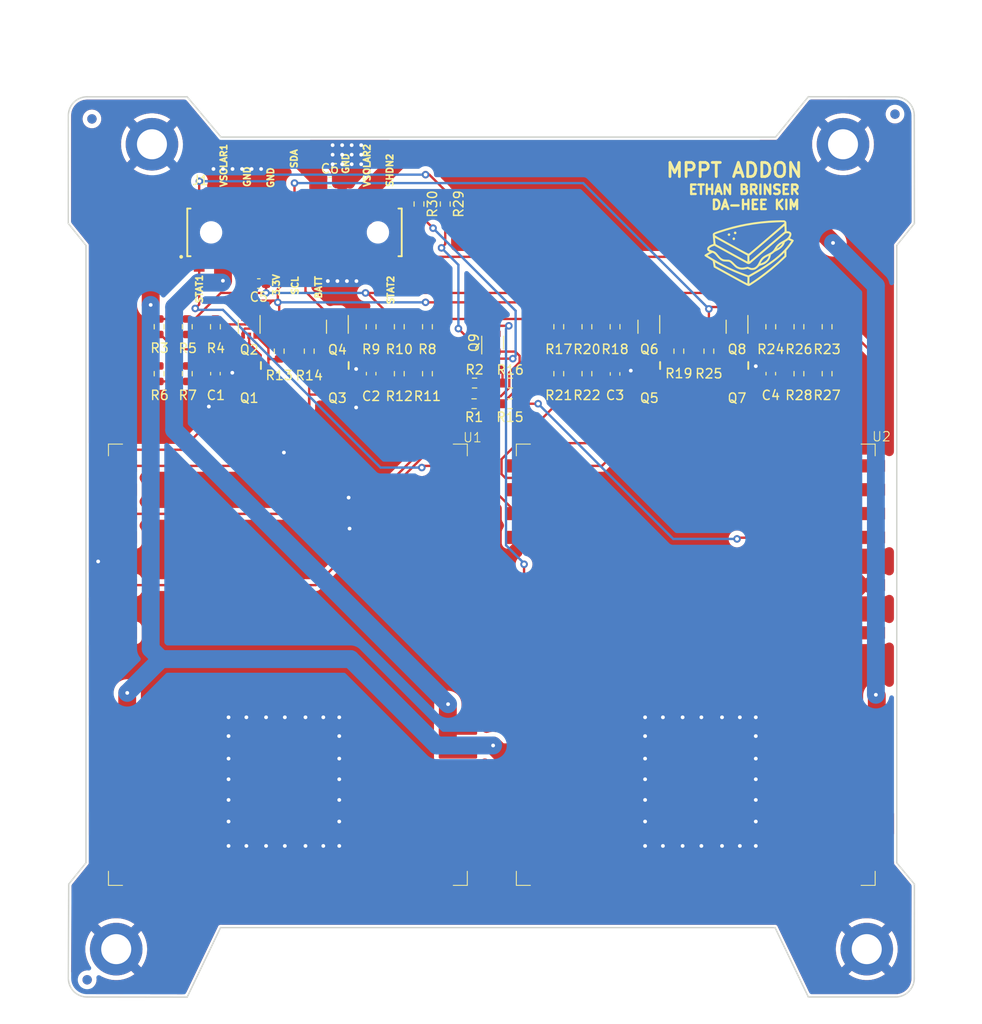
<source format=kicad_pcb>
(kicad_pcb (version 20221018) (generator pcbnew)
  (title_block (date "2024-05-08") (rev "1.4"))
  (layers (0 "F.Cu" signal) (31 "B.Cu" signal) (34 "B.Paste" user) (35 "F.Paste" user) (36 "B.SilkS" user "B.Silkscreen") (37 "F.SilkS" user "F.Silkscreen") (38 "B.Mask" user) (39 "F.Mask" user) (44 "Edge.Cuts" user))
  (net 0 "")
  (net 1 "GND")
  (net 2 "Net-(Q1B-G1)")
  (net 3 "Net-(Q3B-G1)")
  (net 4 "Net-(Q5B-G1)")
  (net 5 "Net-(Q7B-G1)")
  (net 6 "Net-(Q1A-G2)")
  (net 7 "Net-(Q1A-D1)")
  (net 8 "/SCL")
  (net 9 "/I2C Bus Protection/SDL_DEVICE")
  (net 10 "Net-(Q3A-G2)")
  (net 11 "Net-(Q3A-D1)")
  (net 12 "/SDA")
  (net 13 "Net-(Q4A-B1)")
  (net 14 "/I2C Bus Protection/SDA_DEVICE")
  (net 15 "Net-(Q5A-G2)")
  (net 16 "Net-(Q5A-D1)")
  (net 17 "Net-(Q6A-B1)")
  (net 18 "/I2C Bus Protection1/SDL_DEVICE")
  (net 19 "Net-(Q7A-G2)")
  (net 20 "Net-(Q7A-D1)")
  (net 21 "Net-(Q8A-B1)")
  (net 22 "/I2C Bus Protection1/SDA_DEVICE")
  (net 23 "+3.3V")
  (net 25 "Net-(U1-V_{DD})")
  (net 28 "/STAT_1")
  (net 29 "Net-(U1-CA)")
  (net 30 "/~{SHDN_1}")
  (net 32 "+BATT")
  (net 34 "/VSOLAR_2")
  (net 36 "Net-(U2-V_{DD})")
  (net 39 "/STAT_2")
  (net 40 "Net-(U2-CA)")
  (net 41 "/~{SHDN_2}")
  (net 44 "Net-(Q2A-B1)")
  (net 45 "/VSOLAR_1")
  (net 46 "Net-(Q9B-C2)")
  (net 47 "Net-(Q9A-C1)")
  (net 48 "Net-(Q9A-B1)")
  (net 49 "Net-(Q9B-B2)")
  (footprint "MountingHole:MountingHole_3.2mm_M3_DIN965_Pad" (layer "F.Cu") (at 107.2361 57.5641)
    (fp_text reference "H1" hide)
    (fp_text value "MountingHole_Pad")
  )
  (footprint "MountingHole:MountingHole_3.2mm_M3_DIN965_Pad" (layer "F.Cu") (at 103.4261 143.2941)
    (fp_text reference "H2" hide)
    (fp_text value "MountingHole_Pad")
  )
  (footprint "MountingHole:MountingHole_3.2mm_M3_DIN965_Pad" (layer "F.Cu") (at 183.4261 143.2941)
    (fp_text reference "H3" hide)
    (fp_text value "MountingHole_Pad")
  )
  (footprint "MountingHole:MountingHole_3.2mm_M3_DIN965_Pad" (layer "F.Cu") (at 180.8961 57.5641)
    (fp_text reference "H4" hide)
    (fp_text value "MountingHole_Pad")
  )
  (footprint "Fiducial:Fiducial_1mm_Mask2mm" (layer "F.Cu") (at 100.33 146.558)
    (fp_text reference "REF1T" hide)
    (fp_text value "Fiducial_1mm_Mask2mm")
  )
  (footprint "Resistor_SMD:R_0603_1608Metric" (layer "F.Cu") (at 141.625 83)
    (fp_text reference "R2")
    (fp_text value "DNI")
  )
  (footprint "Resistor_SMD:R_0603_1608Metric" (layer "F.Cu") (at 176.2 82 90)
    (fp_text reference "R28")
    (fp_text value "200k")
  )
  (footprint "Resistor_SMD:R_0603_1608Metric" (layer "F.Cu") (at 153.6 77 -90)
    (fp_text reference "R20")
    (fp_text value "10k")
  )
  (footprint "Resistor_SMD:R_0603_1608Metric" (layer "F.Cu") (at 138.5 63.925 -90)
    (fp_text reference "R29")
    (fp_text value "10k")
  )
  (footprint "Fiducial:Fiducial_1mm_Mask2mm" (layer "F.Cu") (at 186.436 54.356)
    (fp_text reference "REF3T" hide)
    (fp_text value "Fiducial_1mm_Mask2mm")
  )
  (footprint "Resistor_SMD:R_0603_1608Metric" (layer "F.Cu") (at 111 77 -90)
    (fp_text reference "R5")
    (fp_text value "10k")
  )
  (footprint "Package_TO_SOT_SMD:SOT-363_SC-70-6" (layer "F.Cu") (at 127 77 -90)
    (fp_text reference "Q4")
    (fp_text value "MBT2222ADW1T1")
  )
  (footprint "Resistor_SMD:R_0603_1608Metric" (layer "F.Cu") (at 114 77 -90)
    (fp_text reference "R4")
    (fp_text value "680")
  )
  (footprint "Resistor_SMD:R_0603_1608Metric" (layer "F.Cu") (at 166.6 79.6 90)
    (fp_text reference "R25")
    (fp_text value "0")
  )
  (footprint "Resistor_SMD:R_0603_1608Metric" (layer "F.Cu") (at 145.425 83 180)
    (fp_text reference "R16")
    (fp_text value "100k")
  )
  (footprint "Resistor_SMD:R_0603_1608Metric" (layer "F.Cu") (at 120.8 79.6 90)
    (fp_text reference "R13")
    (fp_text value "0")
  )
  (footprint "Resistor_SMD:R_0603_1608Metric" (layer "F.Cu") (at 150.6 77 -90)
    (fp_text reference "R17")
    (fp_text value "100k")
  )
  (footprint "Capacitor_SMD:C_0603_1608Metric" (layer "F.Cu") (at 130.6 82 90)
    (fp_text reference "C2")
    (fp_text value "10nF")
  )
  (footprint "mainboard:LT8491-mezzanine" (layer "F.Cu") (at 140.35 90 180)
    (fp_text reference "U1" hide)
    (fp_text value "LT8491-mezzanine")
  )
  (footprint "Capacitor_SMD:C_0603_1608Metric" (layer "F.Cu") (at 118.625 72.4 180)
    (fp_text reference "C5")
    (fp_text value "0.1uF")
  )
  (footprint "Resistor_SMD:R_0603_1608Metric" (layer "F.Cu") (at 150.6 82 -90)
    (fp_text reference "R21")
    (fp_text value "10k")
  )
  (footprint "Resistor_SMD:R_0603_1608Metric" (layer "F.Cu") (at 133.6 82 90)
    (fp_text reference "R12")
    (fp_text value "200k")
  )
  (footprint "Resistor_SMD:R_0603_1608Metric" (layer "F.Cu") (at 133.6 77 -90)
    (fp_text reference "R10")
    (fp_text value "10k")
  )
  (footprint "Resistor_SMD:R_0603_1608Metric" (layer "F.Cu") (at 173.2 77 -90)
    (fp_text reference "R24")
    (fp_text value "680")
  )
  (footprint "Resistor_SMD:R_0603_1608Metric" (layer "F.Cu") (at 130.6 77 -90)
    (fp_text reference "R9")
    (fp_text value "680")
  )
  (footprint "Package_TO_SOT_SMD:SOT-363_SC-70-6" (layer "F.Cu") (at 143.55 78.7 90)
    (fp_text reference "Q9")
    (fp_text value "MBT2222ADW1T1")
  )
  (footprint "Resistor_SMD:R_0603_1608Metric" (layer "F.Cu") (at 141.575 85.2 180)
    (fp_text reference "R1")
    (fp_text value "100k")
  )
  (footprint "Resistor_SMD:R_0603_1608Metric" (layer "F.Cu") (at 179.2 77 -90)
    (fp_text reference "R23")
    (fp_text value "100k")
  )
  (footprint "Resistor_SMD:R_0603_1608Metric" (layer "F.Cu") (at 163.4 79.6 90)
    (fp_text reference "R19")
    (fp_text value "0")
  )
  (footprint "Resistor_SMD:R_0603_1608Metric" (layer "F.Cu") (at 124 79.6 90)
    (fp_text reference "R14")
    (fp_text value "0")
  )
  (footprint "Capacitor_SMD:C_0603_1608Metric" (layer "F.Cu") (at 173.2 82 90)
    (fp_text reference "C4")
    (fp_text value "10nF")
  )
  (footprint "Resistor_SMD:R_0603_1608Metric" (layer "F.Cu") (at 108 77 -90)
    (fp_text reference "R3")
    (fp_text value "100k")
  )
  (footprint "Resistor_SMD:R_0603_1608Metric" (layer "F.Cu") (at 136.6 77 -90)
    (fp_text reference "R8")
    (fp_text value "100k")
  )
  (footprint "Capacitor_SMD:C_0603_1608Metric" (layer "F.Cu") (at 126.2 61.6)
    (fp_text reference "C6")
    (fp_text value "0.1uF")
  )
  (footprint "mainboard:BSS138DWQ-7" (layer "F.Cu") (at 127 82 -90)
    (fp_text reference "Q3")
    (fp_text value "BSS138DWQ-7" hide)
  )
  (footprint "Fiducial:Fiducial_1mm_Mask2mm" (layer "F.Cu") (at 100.838 54.864 90)
    (fp_text reference "REF2T" hide)
    (fp_text value "Fiducial_1mm_Mask2mm")
  )
  (footprint "Resistor_SMD:R_0603_1608Metric" (layer "F.Cu") (at 176.2 77 -90)
    (fp_text reference "R26")
    (fp_text value "10k")
  )
  (footprint "Resistor_SMD:R_0603_1608Metric" (layer "F.Cu") (at 108 82 -90)
    (fp_text reference "R6")
    (fp_text value "10k")
  )
  (footprint "Capacitor_SMD:C_0603_1608Metric" (layer "F.Cu") (at 114 82 90)
    (fp_text reference "C1")
    (fp_text value "10nF")
  )
  (footprint "Resistor_SMD:R_0603_1608Metric" (layer "F.Cu") (at 153.6 82 90)
    (fp_text reference "R22")
    (fp_text value "200k")
  )
  (footprint "mainboard:BSS138DWQ-7" (layer "F.Cu") (at 160.2 82 -90)
    (fp_text reference "Q5")
    (fp_text value "BSS138DWQ-7" hide)
  )
  (footprint "Resistor_SMD:R_0603_1608Metric" (layer "F.Cu") (at 135.7 63.925 -90)
    (fp_text reference "R30")
    (fp_text value "10k")
  )
  (footprint "Package_TO_SOT_SMD:SOT-363_SC-70-6" (layer "F.Cu") (at 117.6 77 -90)
    (fp_text reference "Q2")
    (fp_text value "MBT2222ADW1T1")
  )
  (footprint "mainboard:LT8491-mezzanine" (layer "F.Cu") (at 183.825 90 180)
    (fp_text reference "U2")
    (fp_text value "LT8491-mezzanine")
  )
  (footprint "mainboard:BSS138DWQ-7" (layer "F.Cu") (at 117.65 82 -90)
    (fp_text reference "Q1")
    (fp_text value "BSS138DWQ-7" hide)
  )
  (footprint "Package_TO_SOT_SMD:SOT-363_SC-70-6" (layer "F.Cu") (at 160.2 77 -90)
    (fp_text reference "Q6")
    (fp_text value "MBT2222ADW1T1")
  )
  (footprint "Resistor_SMD:R_0603_1608Metric" (layer "F.Cu") (at 156.6 77 -90)
    (fp_text reference "R18")
    (fp_text value "680")
  )
  (footprint "mainboard:BSS138DWQ-7" (layer "F.Cu") (at 169.6 82 -90)
    (fp_text reference "Q7")
    (fp_text value "BSS138DWQ-7" hide)
  )
  (footprint "mainboard:SAMTEC_HW-09-XX-X-D-XXX-SM-A" (layer "F.Cu") (at 122.43 66.95)
    (fp_text reference "J1")
    (fp_text value "HW-09-10-L-D-400-SM")
  )
  (footprint "LOGO" (layer "F.Cu") (at 170.9 68.5)
    (fp_text reference "G***" hide)
    (fp_text value "LOGO" hide)
  )
  (footprint "Package_TO_SOT_SMD:SOT-363_SC-70-6" (layer "F.Cu") (at 169.6 77 -90)
    (fp_text reference "Q8")
    (fp_text value "MBT2222ADW1T1")
  )
  (footprint "Resistor_SMD:R_0603_1608Metric" (layer "F.Cu") (at 145.4 85.2 180)
    (fp_text reference "R15")
    (fp_text value "DNI")
  )
  (footprint "Resistor_SMD:R_0603_1608Metric" (layer "F.Cu") (at 111 82 90)
    (fp_text reference "R7")
    (fp_text value "200k")
  )
  (footprint "Resistor_SMD:R_0603_1608Metric" (layer "F.Cu") (at 136.6 82 -90)
    (fp_text reference "R11")
    (fp_text value "10k")
  )
  (footprint "Capacitor_SMD:C_0603_1608Metric" (layer "F.Cu") (at 156.6 82.025 90)
    (fp_text reference "C3")
    (fp_text value "10nF")
  )
  (footprint "Resistor_SMD:R_0603_1608Metric" (layer "F.Cu") (at 179.2 82 -90)
    (fp_text reference "R27")
    (fp_text value "10k")
  )
  (footprint "Fiducial:Fiducial_1mm_Mask2mm" (layer "B.Cu") (at 186.436 54.356)
    (fp_text reference "REF1B" hide)
    (fp_text value "Fiducial_1mm_Mask2mm")
  )
  (footprint "Fiducial:Fiducial_1mm_Mask2mm" (layer "B.Cu") (at 100.838 54.864)
    (fp_text reference "REF2B" hide)
    (fp_text value "Fiducial_1mm_Mask2mm")
  )
  (footprint "Fiducial:Fiducial_1mm_Mask2mm" (layer "B.Cu") (at 100.33 146.558)
    (fp_text reference "REF3B" hide)
    (fp_text value "Fiducial_1mm_Mask2mm")
  )
  (gr_line (start 188.49365 54.50695) (end 188.50635 66.00105) (stroke (width 0.15)) (layer "Edge.Cuts"))
  (gr_line (start 186.62675 68.33785) (end 186.62675 120.31225) (stroke (width 0.15)) (layer "Edge.Cuts"))
  (gr_arc (start 186.49365 52.50695) (mid 187.907864 53.092736) (end 188.49365 54.50695) (stroke (width 0.15)) (layer "Edge.Cuts"))
  (gr_line (start 188.50635 136.3684) (end 188.49365 146.39195) (stroke (width 0.15)) (layer "Edge.Cuts"))
  (gr_line (start 186.49365 52.50695) (end 177.2 52.5) (stroke (width 0.15)) (layer "Edge.Cuts"))
  (gr_line (start 110.98915 52.50805) (end 100.32365 52.50695) (stroke (width 0.15)) (layer "Edge.Cuts"))
  (gr_line (start 186.62675 120.31225) (end 186.62675 134.1) (stroke (width 0.15)) (layer "Edge.Cuts"))
  (gr_line (start 173.65 141) (end 177.2 148.39195) (stroke (width 0.15)) (layer "Edge.Cuts"))
  (gr_line (start 98.3602 136.3684) (end 98.32365 146.39195) (stroke (width 0.15)) (layer "Edge.Cuts"))
  (gr_line (start 98.32365 54.50695) (end 98.31775 66.00105) (stroke (width 0.15)) (layer "Edge.Cuts"))
  (gr_line (start 186.62675 68.33785) (end 188.50635 66.00105) (stroke (width 0.15)) (layer "Edge.Cuts"))
  (gr_line (start 114.55 141) (end 110.98915 148.40465) (stroke (width 0.15)) (layer "Edge.Cuts"))
  (gr_line (start 114.6 56.8) (end 173.7 56.8) (stroke (width 0.15)) (layer "Edge.Cuts"))
  (gr_line (start 186.62675 134.1) (end 188.50635 136.3684) (stroke (width 0.15)) (layer "Edge.Cuts"))
  (gr_line (start 100.2 68.33785) (end 98.31775 66.00105) (stroke (width 0.15)) (layer "Edge.Cuts"))
  (gr_line (start 177.2 52.5) (end 173.7 56.8) (stroke (width 0.15)) (layer "Edge.Cuts"))
  (gr_line (start 114.6 56.8) (end 110.98915 52.50805) (stroke (width 0.15)) (layer "Edge.Cuts"))
  (gr_arc (start 98.32365 54.50695) (mid 98.909436 53.092736) (end 100.32365 52.50695) (stroke (width 0.15)) (layer "Edge.Cuts"))
  (gr_line (start 100.2 134.1) (end 100.2 68.33785) (stroke (width 0.15)) (layer "Edge.Cuts"))
  (gr_arc (start 100.32365 148.39195) (mid 98.909436 147.806164) (end 98.32365 146.39195) (stroke (width 0.15)) (layer "Edge.Cuts"))
  (gr_line (start 173.65 141) (end 114.55 141) (stroke (width 0.15)) (layer "Edge.Cuts"))
  (gr_line (start 110.98915 148.40465) (end 100.32365 148.39195) (stroke (width 0.15)) (layer "Edge.Cuts"))
  (gr_line (start 186.49365 148.39195) (end 177.2 148.39195) (stroke (width 0.15)) (layer "Edge.Cuts"))
  (gr_line (start 100.2 134.1) (end 98.3602 136.3684) (stroke (width 0.15)) (layer "Edge.Cuts"))
  (gr_arc (start 188.49365 146.39195) (mid 187.907864 147.806164) (end 186.49365 148.39195) (stroke (width 0.15)) (layer "Edge.Cuts"))
  (gr_text "GND\n" (at 120.3 62.3 90) (layer "F.SilkS") (effects (font (size 0.7 0.7) (thickness 0.175) bold) (justify left bottom)))
  (gr_text "STAT1" (at 112.7 74.6 90) (layer "F.SilkS") (effects (font (size 0.7 0.7) (thickness 0.175) bold) (justify left bottom)))
  (gr_text "GND\n" (at 117.8 62.2 90) (layer "F.SilkS") (effects (font (size 0.7 0.7) (thickness 0.175) bold) (justify left bottom)))
  (gr_text "BATT\n" (at 125.4 74.1 90) (layer "F.SilkS") (effects (font (size 0.7 0.7) (thickness 0.175) bold) (justify left bottom)))
  (gr_text "VSOLAR2\n\n" (at 131.7 62.2 90) (layer "F.SilkS") (effects (font (size 0.7 0.7) (thickness 0.175) bold) (justify left bottom)))
  (gr_text "SDA" (at 122.8 60.2 90) (layer "F.SilkS") (effects (font (size 0.7 0.7) (thickness 0.175) bold) (justify left bottom)))
  (gr_text "ETHAN BRINSER\nDA-HEE KIM\n" (at 176.4 64.6) (layer "F.SilkS") (effects (font (size 1 1) (thickness 0.25) bold) (justify right bottom)))
  (gr_text "GND\n" (at 128.3 60.8 90) (layer "F.SilkS") (effects (font (size 0.7 0.7) (thickness 0.175) bold) (justify left bottom)))
  (gr_text "MPPT ADDON" (at 161.9 61.2) (layer "F.SilkS") (effects (font (size 1.5 1.5) (thickness 0.3) bold) (justify left bottom)))
  (gr_text "VSOLAR1\n" (at 115.3 62.2 90) (layer "F.SilkS") (effects (font (size 0.7 0.7) (thickness 0.175) bold) (justify left bottom)))
  (gr_text "STAT2\n" (at 133.1 74.7 90) (layer "F.SilkS") (effects (font (size 0.7 0.7) (thickness 0.175) bold) (justify left bottom)))
  (gr_text "3.3V" (at 120.9 73.8 90) (layer "F.SilkS") (effects (font (size 0.7 0.7) (thickness 0.175) bold) (justify left bottom)))
  (gr_text "SCL\n" (at 122.9 73.7 90) (layer "F.SilkS") (effects (font (size 0.7 0.7) (thickness 0.175) bold) (justify left bottom)))
  (gr_text "SHDN2\n" (at 133 62.2 90) (layer "F.SilkS") (effects (font (size 0.7 0.7) (thickness 0.175) bold) (justify left bottom)))
  (segment (start 117 82.6) (end 117 82.95) (width 0.25) (layer "F.Cu") (net 1))
  (segment (start 130.6 81.425) (end 129.075 81.425) (width 0.25) (layer "F.Cu") (net 1))
  (segment (start 142.9 79.31538) (end 142.9 79.65) (width 0.25) (layer "F.Cu") (net 1))
  (segment (start 126.35 82.95) (end 126.35 82.64038) (width 0.25) (layer "F.Cu") (net 1))
  (segment (start 170.45 81.25) (end 170.25 81.05) (width 0.25) (layer "F.Cu") (net 1))
  (segment (start 144.2 77.75) (end 144.2 78.35) (width 0.25) (layer "F.Cu") (net 1))
  (segment (start 144.6 83) (end 144.6 81.5) (width 0.25) (layer "F.Cu") (net 1))
  (segment (start 173.2 81.25) (end 171.65 81.25) (width 0.25) (layer "F.Cu") (net 1))
  (segment (start 127.31538 81.675) (end 127.33462 81.675) (width 0.25) (layer "F.Cu") (net 1))
  (segment (start 114 81.225) (end 115.125 81.225) (width 0.25) (layer "F.Cu") (net 1))
  (segment (start 147.075 127.38) (end 147.075 124.84) (width 1) (layer "F.Cu") (net 1))
  (segment (start 160.85 81.35962) (end 160.53462 81.675) (width 0.25) (layer "F.Cu") (net 1))
  (segment (start 139.9 125.315) (end 139.425 124.84) (width 1) (layer "F.Cu") (net 1))
  (segment (start 171.6 81.2) (end 171.55 81.25) (width 0.25) (layer "F.Cu") (net 1))
  (segment (start 184.925 124.84) (end 184.925 127.38) (width 1) (layer "F.Cu") (net 1))
  (segment (start 142.9 82.55) (end 142.45 83) (width 0.25) (layer "F.Cu") (net 1))
  (segment (start 170.45 81.25) (end 171.55 81.25) (width 0.25) (layer "F.Cu") (net 1))
  (segment (start 127.33462 81.675) (end 127.65 81.35962) (width 0.25) (layer "F.Cu") (net 1))
  (segment (start 115.8 81.9) (end 117.75962 81.9) (width 0.25) (layer "F.Cu") (net 1))
  (segment (start 143.55 79) (end 143.21538 79) (width 0.25) (layer "F.Cu") (net 1))
  (segment (start 117.7 69.9025) (end 117.35 69.5525) (width 0.25) (layer "F.Cu") (net 1))
  (segment (start 142.9 79.65) (end 142.9 82.55) (width 0.25) (layer "F.Cu") (net 1))
  (segment (start 144.2 78.35) (end 143.55 79) (width 0.25) (layer "F.Cu") (net 1))
  (segment (start 117.75962 81.9) (end 117.7 81.9) (width 0.25) (layer "F.Cu") (net 1))
  (segment (start 139.9 126.905) (end 139.9 125.315) (width 1) (layer "F.Cu") (net 1))
  (segment (start 126.35 82.64038) (end 127.31538 81.675) (width 0.25) (layer "F.Cu") (net 1))
  (segment (start 118.3 81.05) (end 118.3 81.35962) (width 0.25) (layer "F.Cu") (net 1))
  (segment (start 171.65 81.25) (end 171.6 81.2) (width 0.25) (layer "F.Cu") (net 1))
  (segment (start 117.7 81.9) (end 117 82.6) (width 0.25) (layer "F.Cu") (net 1))
  (segment (start 169.79038 81.8) (end 168.95 82.64038) (width 0.25) (layer "F.Cu") (net 1))
  (segment (start 127.65 81.35962) (end 127.65 81.05) (width 0.25) (layer "F.Cu") (net 1))
  (segment (start 127.65 81.05) (end 128.1 81.5) (width 0.25) (layer "F.Cu") (net 1))
  (segment (start 129.075 81.425) (end 129 81.5) (width 0.25) (layer "F.Cu") (net 1))
  (segment (start 117.85 72.4) (end 117.7 72.25) (width 0.25) (layer "F.Cu") (net 1))
  (segment (start 157.85 81.25) (end 159.55 82.95) (width 0.25) (layer "F.Cu") (net 1))
  (segment (start 143.21538 79) (end 142.9 79.31538) (width 0.25) (layer "F.Cu") (net 1))
  (segment (start 144.6 83) (end 142.45 83) (width 0.25) (layer "F.Cu") (net 1))
  (segment (start 156.6 81.25) (end 157.85 81.25) (width 0.25) (layer "F.Cu") (net 1))
  (segment (start 169.80962 81.8) (end 169.79038 81.8) (width 0.25) (layer "F.Cu") (net 1))
  (segment (start 118.3 81.35962) (end 117.75962 81.9) (width 0.25) (layer "F.Cu") (net 1))
  (segment (start 139.425 127.38) (end 139.9 126.905) (width 1) (layer "F.Cu") (net 1))
  (segment (start 158.275 81.675) (end 158 81.4) (width 0.25) (layer "F.Cu") (net 1))
  (segment (start 115.125 81.225) (end 115.8 81.9) (width 0.25) (layer "F.Cu") (net 1))
  (segment (start 158 81.4) (end 157.85 81.25) (width 0.25) (layer "F.Cu") (net 1))
  (segment (start 160.85 81.05) (end 160.85 81.35962) (width 0.25) (layer "F.Cu") (net 1))
  (segment (start 103.175 124.84) (end 103.175 127.38) (width 1) (layer "F.Cu") (net 1))
  (segment (start 160.53462 81.675) (end 158.275 81.675) (width 0.25) (layer "F.Cu") (net 1))
  (segment (start 126.975 63.8125) (end 127.51 64.3475) (width 0.25) (layer "F.Cu") (net 1))
  (segment (start 170.25 81.35962) (end 169.80962 81.8) (width 0.25) (layer "F.Cu") (net 1))
  (segment (start 168.95 82.95) (end 168.95 82.64038) (width 0.25) (layer "F.Cu") (net 1))
  (segment (start 117.7 72.25) (end 117.7 69.9025) (width 0.25) (layer "F.Cu") (net 1))
  (segment (start 170.25 81.05) (end 170.25 81.35962) (width 0.25) (layer "F.Cu") (net 1))
  (segment (start 128.1 81.5) (end 129 81.5) (width 0.25) (layer "F.Cu") (net 1))
  (via (at 159.8 127.4) (size 0.8) (drill 0.4) (layers "F.Cu" "B.Cu") (net 1))
  (via (at 159.8 118.6) (size 0.8) (drill 0.4) (layers "F.Cu" "B.Cu") (net 1))
  (via (at 159.8 125.2) (size 0.8) (drill 0.4) (layers "F.Cu" "B.Cu") (net 1))
  (via (at 115.4 123) (size 0.8) (drill 0.4) (layers "F.Cu" "B.Cu") (net 1))
  (via (at 128.3 98.5) (size 0.8) (drill 0.4) (layers "F.Cu" "B.Cu") (net 1))
  (via (at 127.508 57.658) (size 0.8) (drill 0.4) (layers "F.Cu" "B.Cu") (net 1))
  (via (at 113.3 85.5) (size 0.8) (drill 0.4) (layers "F.Cu" "B.Cu") (net 1))
  (via (at 128.524 57.658) (size 0.8) (drill 0.4) (layers "F.Cu" "B.Cu") (net 1))
  (via (at 158.275 81.675) (size 0.8) (drill 0.4) (layers "F.Cu" "B.Cu") (net 1))
  (via (at 127.2 129.7) (size 0.8) (drill 0.4) (layers "F.Cu" "B.Cu") (net 1))
  (via (at 168 118.6) (size 0.8) (drill 0.4) (layers "F.Cu" "B.Cu") (net 1))
  (via (at 127.2 118.6) (size 0.8) (drill 0.4) (layers "F.Cu" "B.Cu") (net 1))
  (via (at 163.8 132.3) (size 0.8) (drill 0.4) (layers "F.Cu" "B.Cu") (net 1))
  (via (at 121.4 118.6) (size 0.8) (drill 0.4) (layers "F.Cu" "B.Cu") (net 1))
  (via (at 171.6 118.6) (size 0.8) (drill 0.4) (layers "F.Cu" "B.Cu") (net 1))
  (via (at 128.016 72.136) (size 0.8) (drill 0.4) (layers "F.Cu" "B.Cu") (net 1))
  (via (at 119.4 132.3) (size 0.8) (drill 0.4) (layers "F.Cu" "B.Cu") (net 1))
  (via (at 159.8 123) (size 0.8) (drill 0.4) (layers "F.Cu" "B.Cu") (net 1))
  (via (at 159.8 132.3) (size 0.8) (drill 0.4) (layers "F.Cu" "B.Cu") (net 1))
  (via (at 115.4 129.7) (size 0.8) (drill 0.4) (layers "F.Cu" "B.Cu") (net 1))
  (via (at 118.872 60.198) (size 0.8) (drill 0.4) (layers "F.Cu" "B.Cu") (net 1))
  (via (at 126.492 57.658) (size 0.8) (drill 0.4) (layers "F.Cu" "B.Cu") (net 1))
  (via (at 159.8 120.6) (size 0.8) (drill 0.4) (layers "F.Cu" "B.Cu") (net 1))
  (via (at 115.4 127.4) (size 0.8) (drill 0.4) (layers "F.Cu" "B.Cu") (net 1))
  (via (at 129.54 59.69) (size 0.8) (drill 0.4) (layers "F.Cu" "B.Cu") (net 1))
  (via (at 126.492 59.69) (size 0.8) (drill 0.4) (layers "F.Cu" "B.Cu") (net 1))
  (via (at 123.6 118.6) (size 0.8) (drill 0.4) (layers "F.Cu" "B.Cu") (net 1))
  (via (at 126.492 58.674) (size 0.8) (drill 0.4) (layers "F.Cu" "B.Cu") (net 1))
  (via (at 171.6 125.2) (size 0.8) (drill 0.4) (layers "F.Cu" "B.Cu") (net 1))
  (via (at 171.6 129.7) (size 0.8) (drill 0.4) (layers "F.Cu" "B.Cu") (net 1))
  (via (at 128.2 95.2) (size 0.8) (drill 0.4) (layers "F.Cu" "B.Cu") (net 1))
  (via (at 127.2 127.4) (size 0.8) (drill 0.4) (layers "F.Cu" "B.Cu") (net 1))
  (via (at 115.824 60.198) (size 0.8) (drill 0.4) (layers "F.Cu" "B.Cu") (net 1))
  (via (at 119.4 118.6) (size 0.8) (drill 0.4) (layers "F.Cu" "B.Cu") (net 1))
  (via (at 117.3 118.6) (size 0.8) (drill 0.4) (layers "F.Cu" "B.Cu") (net 1))
  (via (at 171.6 81.2) (size 0.8) (drill 0.4) (layers "F.Cu" "B.Cu") (net 1))
  (via (at 125.5 132.3) (size 0.8) (drill 0.4) (layers "F.Cu" "B.Cu") (net 1))
  (via (at 127 72.136) (size 0.8) (drill 0.4) (layers "F.Cu" "B.Cu") (net 1))
  (via (at 115.4 118.6) (size 0.8) (drill 0.4) (layers "F.Cu" "B.Cu") (net 1))
  (via (at 116.84 60.198) (size 0.8) (drill 0.4) (layers "F.Cu" "B.Cu") (net 1))
  (via (at 161.7 132.3) (size 0.8) (drill 0.4) (layers "F.Cu" "B.Cu") (net 1))
  (via (at 171.6 127.4) (size 0.8) (drill 0.4) (layers "F.Cu" "B.Cu") (net 1))
  (via (at 169.9 132.3) (size 0.8) (drill 0.4) (layers "F.Cu" "B.Cu") (net 1))
  (via (at 117.856 60.198) (size 0.8) (drill 0.4) (layers "F.Cu" "B.Cu") (net 1))
  (via (at 128.524 59.69) (size 0.8) (drill 0.4) (layers "F.Cu" "B.Cu") (net 1))
  (via (at 114.808 60.198) (size 0.8) (drill 0.4) (layers "F.Cu" "B.Cu") (net 1))
  (via (at 159.8 129.7) (size 0.8) (drill 0.4) (layers "F.Cu" "B.Cu") (net 1))
  (via (at 115.8 81.9) (size 0.8) (drill 0.4) (layers "F.Cu" "B.Cu") (net 1))
  (via (at 121.3 90.4) (size 0.8) (drill 0.4) (layers "F.Cu" "B.Cu") (net 1))
  (via (at 115.4 120.6) (size 0.8) (drill 0.4) (layers "F.Cu" "B.Cu") (net 1))
  (via (at 165.8 132.3) (size 0.8) (drill 0.4) (layers "F.Cu" "B.Cu") (net 1))
  (via (at 161.7 118.6) (size 0.8) (drill 0.4) (layers "F.Cu" "B.Cu") (net 1))
  (via (at 115.4 125.2) (size 0.8) (drill 0.4) (layers "F.Cu" "B.Cu") (net 1))
  (via (at 125.984 72.136) (size 0.8) (drill 0.4) (layers "F.Cu" "B.Cu") (net 1))
  (via (at 127.2 125.2) (size 0.8) (drill 0.4) (layers "F.Cu" "B.Cu") (net 1))
  (via (at 127.508 59.69) (size 0.8) (drill 0.4) (layers "F.Cu" "B.Cu") (net 1))
  (via (at 165.8 118.6) (size 0.8) (drill 0.4) (layers "F.Cu" "B.Cu") (net 1))
  (via (at 123.6 132.3) (size 0.8) (drill 0.4) (layers "F.Cu" "B.Cu") (net 1))
  (via (at 115.4 132.3) (size 0.8) (drill 0.4) (layers "F.Cu" "B.Cu") (net 1))
  (via (at 129.54 58.674) (size 0.8) (drill 0.4) (layers "F.Cu" "B.Cu") (net 1))
  (via (at 127.508 58.674) (size 0.8) (drill 0.4) (layers "F.Cu" "B.Cu") (net 1))
  (via (at 171.6 120.6) (size 0.8) (drill 0.4) (layers "F.Cu" "B.Cu") (net 1))
  (via (at 129.032 72.136) (size 0.8) (drill 0.4) (layers "F.Cu" "B.Cu") (net 1))
  (via (at 169.9 118.6) (size 0.8) (drill 0.4) (layers "F.Cu" "B.Cu") (net 1))
  (via (at 113.792 60.198) (size 0.8) (drill 0.4) (layers "F.Cu" "B.Cu") (net 1))
  (via (at 127.2 132.3) (size 0.8) (drill 0.4) (layers "F.Cu" "B.Cu") (net 1))
  (via (at 129 81.5) (size 0.8) (drill 0.4) (layers "F.Cu" "B.Cu") (net 1))
  (via (at 163.8 118.6) (size 0.8) (drill 0.4) (layers "F.Cu" "B.Cu") (net 1))
  (via (at 125.5 118.6) (size 0.8) (drill 0.4) (layers "F.Cu" "B.Cu") (net 1))
  (via (at 127.2 120.6) (size 0.8) (drill 0.4) (layers "F.Cu" "B.Cu") (net 1))
  (via (at 129.54 57.658) (size 0.8) (drill 0.4) (layers "F.Cu" "B.Cu") (net 1))
  (via (at 127.2 123) (size 0.8) (drill 0.4) (layers "F.Cu" "B.Cu") (net 1))
  (via (at 168 132.3) (size 0.8) (drill 0.4) (layers "F.Cu" "B.Cu") (net 1))
  (via (at 101.5 102) (size 0.8) (drill 0.4) (layers "F.Cu" "B.Cu") (net 1))
  (via (at 171.6 132.3) (size 0.8) (drill 0.4) (layers "F.Cu" "B.Cu") (net 1))
  (via (at 121.4 132.3) (size 0.8) (drill 0.4) (layers "F.Cu" "B.Cu") (net 1))
  (via (at 128.524 58.674) (size 0.8) (drill 0.4) (layers "F.Cu" "B.Cu") (net 1))
  (via (at 117.3 132.3) (size 0.8) (drill 0.4) (layers "F.Cu" "B.Cu") (net 1))
  (via (at 171.6 123) (size 0.8) (drill 0.4) (layers "F.Cu" "B.Cu") (net 1))
  (via (at 129 85.6) (size 0.8) (drill 0.4) (layers "F.Cu" "B.Cu") (net 1))
  (segment (start 115.8 83) (end 113.3 85.5) (width 0.25) (layer "B.Cu") (net 1))
  (segment (start 118.2 90.4) (end 113.3 85.5) (width 0.25) (layer "B.Cu") (net 1))
  (segment (start 121.3 90.4) (end 118.2 90.4) (width 0.25) (layer "B.Cu") (net 1))
  (segment (start 115.8 81.9) (end 115.8 83) (width 0.25) (layer "B.Cu") (net 1))
  (segment (start 158.275 81.675) (end 158.1 81.85) (width 0.25) (layer "B.Cu") (net 1))
  (segment (start 117.65 83.25962) (end 117.30962 83.6) (width 0.25) (layer "F.Cu") (net 2))
  (segment (start 117.65 82.95) (end 117.65 83.25962) (width 0.25) (layer "F.Cu") (net 2))
  (segment (start 117.30962 83.6) (end 114.8 83.6) (width 0.25) (layer "F.Cu") (net 2))
  (segment (start 112.425 82.6) (end 111 81.175) (width 0.25) (layer "F.Cu") (net 2))
  (segment (start 114.8 83.6) (end 114.275 83.075) (width 0.25) (layer "F.Cu") (net 2))
  (segment (start 114.275 82.6) (end 112.425 82.6) (width 0.25) (layer "F.Cu") (net 2))
  (segment (start 130.775 83) (end 128.65962 83) (width 0.25) (layer "F.Cu") (net 3))
  (segment (start 127.31538 82.325) (end 127 82.64038) (width 0.25) (layer "F.Cu") (net 3))
  (segment (start 127 82.64038) (end 127 83.15) (width 0.25) (layer "F.Cu") (net 3))
  (segment (start 128.65962 83) (end 127.98462 82.325) (width 0.25) (layer "F.Cu") (net 3))
  (segment (start 127.98462 82.325) (end 127.31538 82.325) (width 0.25) (layer "F.Cu") (net 3))
  (segment (start 134 81.375) (end 132.4 81.375) (width 0.25) (layer "F.Cu") (net 3))
  (segment (start 132.4 81.375) (end 130.775 83) (width 0.25) (layer "F.Cu") (net 3))
  (segment (start 156.6 82.8) (end 157.375 83.575) (width 0.25) (layer "F.Cu") (net 4))
  (segment (start 160.2 83.25962) (end 160.2 82.95) (width 0.25) (layer "F.Cu") (net 4))
  (segment (start 154.975 81.175) (end 156.6 82.8) (width 0.25) (layer "F.Cu") (net 4))
  (segment (start 153.6 81.175) (end 154.975 81.175) (width 0.25) (layer "F.Cu") (net 4))
  (segment (start 157.375 83.575) (end 159.88462 83.575) (width 0.25) (layer "F.Cu") (net 4))
  (segment (start 159.88462 83.575) (end 160.2 83.25962) (width 0.25) (layer "F.Cu") (net 4))
  (segment (start 174.575 82.8) (end 176.2 81.175) (width 0.25) (layer "F.Cu") (net 5))
  (segment (start 169.6 82.64038) (end 169.91538 82.325) (width 0.25) (layer "F.Cu") (net 5))
  (segment (start 169.6 82.95) (end 169.6 82.64038) (width 0.25) (layer "F.Cu") (net 5))
  (segment (start 172.725 82.325) (end 173.2 82.8) (width 0.25) (layer "F.Cu") (net 5))
  (segment (start 173.2 82.8) (end 174.575 82.8) (width 0.25) (layer "F.Cu") (net 5))
  (segment (start 169.91538 82.325) (end 172.725 82.325) (width 0.25) (layer "F.Cu") (net 5))
  (segment (start 117.125 79.475) (end 117.65 80) (width 0.25) (layer "F.Cu") (net 6))
  (segment (start 117.125 80.475) (end 117 80.6) (width 0.25) (layer "F.Cu") (net 6))
  (segment (start 117.65 80) (end 117.65 81.05) (width 0.25) (layer "F.Cu") (net 6))
  (segment (start 109.725 79.4) (end 117.05 79.4) (width 0.25) (layer "F.Cu") (net 6))
  (segment (start 117 80.6) (end 117 81.05) (width 0.25) (layer "F.Cu") (net 6))
  (segment (start 117.125 79.475) (end 117.125 80.475) (width 0.25) (layer "F.Cu") (net 6))
  (segment (start 117.05 79.4) (end 117.125 79.475) (width 0.25) (layer "F.Cu") (net 6))
  (segment (start 108.15 77.825) (end 109.725 79.4) (width 0.25) (layer "F.Cu") (net 6))
  (segment (start 113.95 77.825) (end 113.95 78.75) (width 0.25) (layer "F.Cu") (net 7))
  (segment (start 114 78.8) (end 117.6 78.8) (width 0.25) (layer "F.Cu") (net 7))
  (segment (start 111.825 78.8) (end 114 78.8) (width 0.25) (layer "F.Cu") (net 7))
  (segment (start 111.2 78.175) (end 111.825 78.8) (width 0.25) (layer "F.Cu") (net 7))
  (segment (start 118.825 82.425) (end 118.3 82.95) (width 0.25) (layer "F.Cu") (net 7))
  (segment (start 118.825 80.025) (end 118.825 82.425) (width 0.25) (layer "F.Cu") (net 7))
  (segment (start 117.6 78.8) (end 117.6 77.95) (width 0.25) (layer "F.Cu") (net 7))
  (segment (start 113.95 78.75) (end 114 78.8) (width 0.25) (layer "F.Cu") (net 7))
  (segment (start 117.6 78.8) (end 118.825 80.025) (width 0.25) (layer "F.Cu") (net 7))
  (segment (start 120.8 78.8) (end 120.8 74.55) (width 0.25) (layer "F.Cu") (net 8))
  (segment (start 160.85 76.38462) (end 160.85 76.05) (width 0.25) (layer "F.Cu") (net 8))
  (segment (start 120.8 74.55) (end 120.65 74.4) (width 0.25) (layer "F.Cu") (net 8))
  (segment (start 120.65 73) (end 122.43 71.22) (width 0.25) (layer "F.Cu") (net 8))
  (segment (start 163.4 78.6) (end 163.4 78.775) (width 0.25) (layer "F.Cu") (net 8))
  (segment (start 159.55 76.38462) (end 159.86538 76.7) (width 0.25) (layer "F.Cu") (net 8))
  (segment (start 120.2 74.225) (end 118.44038 74.225) (width 0.25) (layer "F.Cu") (net 8))
  (segment (start 120.075 74.225) (end 120.2 74.225) (width 0.25) (layer "F.Cu") (net 8))
  (segment (start 159.86538 76.7) (end 160.53462 76.7) (width 0.25) (layer "F.Cu") (net 8))
  (segment (start 118.44038 74.225) (end 116.95 75.71538) (width 0.25) (layer "F.Cu") (net 8))
  (segment (start 160.53462 76.7) (end 160.85 76.38462) (width 0.25) (layer "F.Cu") (net 8))
  (segment (start 160.85 75.688604) (end 159.561396 74.4) (width 0.25) (layer "F.Cu") (net 8))
  (segment (start 159.561396 74.4) (end 136.4 74.4) (width 0.25) (layer "F.Cu") (net 8))
  (segment (start 120.65 74.4) (end 120.65 73) (width 0.25) (layer "F.Cu") (net 8))
  (segment (start 116.95 75.71538) (end 116.95 76.05) (width 0.25) (layer "F.Cu") (net 8))
  (segment (start 118.25 76.05) (end 120.075 74.225) (width 0.25) (layer "F.Cu") (net 8))
  (segment (start 160.85 76.05) (end 160.85 75.688604) (width 0.25) (layer "F.Cu") (net 8))
  (segment (start 120.475 74.225) (end 120.2 74.225) (width 0.25) (layer "F.Cu") (net 8))
  (segment (start 120.65 74.4) (end 120.475 74.225) (width 0.25) (layer "F.Cu") (net 8))
  (segment (start 159.55 76.05) (end 159.55 76.38462) (width 0.25) (layer "F.Cu") (net 8))
  (segment (start 122.43 71.22) (end 122.43 69.5525) (width 0.25) (layer "F.Cu") (net 8))
  (segment (start 160.85 76.05) (end 163.4 78.6) (width 0.25) (layer "F.Cu") (net 8))
  (via (at 120.65 74.4) (size 0.8) (drill 0.4) (layers "F.Cu" "B.Cu") (net 8))
  (via (at 136.4 74.4) (size 0.8) (drill 0.4) (layers "F.Cu" "B.Cu") (net 8))
  (segment (start 120.65 74.4) (end 136.2 74.4) (width 0.25) (layer "B.Cu") (net 8))
  (segment (start 136.2 74.4) (end 136.4 74.4) (width 0.25) (layer "B.Cu") (net 8))
  (segment (start 117.15 77.2) (end 118.05 77.2) (width 0.25) (layer "F.Cu") (net 9))
  (segment (start 119.65 84.4) (end 119.65 84.45) (width 0.25) (layer "F.Cu") (net 9))
  (segment (start 108.15 82.825) (end 111.2 82.825) (width 0.25) (layer "F.Cu") (net 9))
  (segment (start 119.7 80.45) (end 119.65 80.4) (width 0.25) (layer "F.Cu") (net 9))
  (segment (start 116.95 77.4) (end 117.15 77.2) (width 0.25) (layer "F.Cu") (net 9))
  (segment (start 119.65 80.4) (end 119.65 84.4) (width 0.25) (layer "F.Cu") (net 9))
  (segment (start 118.05 77.2) (end 118.25 77.4) (width 0.25) (layer "F.Cu") (net 9))
  (segment (start 116.95 77.73462) (end 116.95 77.4) (width 0.25) (layer "F.Cu") (net 9))
  (segment (start 112.775 84.4) (end 119.65 84.4) (width 0.25) (layer "F.Cu") (net 9))
  (segment (start 101.76739 90.1) (end 100.8 91.06739) (width 0.25) (layer "F.Cu") (net 9))
  (segment (start 118.25 77.95) (end 118.325 77.95) (width 0.25) (layer "F.Cu") (net 9))
  (segment (start 120.8 80.45) (end 119.7 80.45) (width 0.25) (layer "F.Cu") (net 9))
  (segment (start 103.6 94.36) (end 101.55 94.36) (width 0.25) (layer "F.Cu") (net 9))
  (segment (start 100.8 93.61) (end 100.8 91.06739) (width 0.25) (layer "F.Cu") (net 9))
  (segment (start 101.55 94.36) (end 100.8 93.61) (width 0.25) (layer "F.Cu") (net 9))
  (segment (start 114 86.5) (end 110.4 90.1) (width 0.25) (layer "F.Cu") (net 9))
  (segment (start 119.65 79.275) (end 119.65 80.4) (width 0.25) (layer "F.Cu") (net 9))
  (segment (start 110.95 82.575) (end 112.775 84.4) (width 0.25) (layer "F.Cu") (net 9))
  (segment (start 118.25 77.4) (end 118.25 77.73462) (width 0.25) (layer "F.Cu") (net 9))
  (segment (start 118.325 77.95) (end 119.65 79.275) (width 0.25) (layer "F.Cu") (net 9))
  (segment (start 119.65 84.45) (end 117.6 86.5) (width 0.25) (layer "F.Cu") (net 9))
  (segment (start 110.4 90.1) (end 101.76739 90.1) (width 0.25) (layer "F.Cu") (net 9))
  (segment (start 117.6 86.5) (end 114 86.5) (width 0.25) (layer "F.Cu") (net 9))
  (segment (start 127 80.4) (end 127 81.05) (width 0.25) (layer "F.Cu") (net 10))
  (segment (start 136.6 77.825) (end 134.025 80.4) (width 0.25) (layer "F.Cu") (net 10))
  (segment (start 134.025 80.4) (end 127 80.4) (width 0.25) (layer "F.Cu") (net 10))
  (segment (start 126.35 81.05) (end 127 80.4) (width 0.25) (layer "F.Cu") (net 10))
  (segment (start 130.025 78.6) (end 130.8 77.825) (width 0.25) (layer "F.Cu") (net 11))
  (segment (start 127 77.9) (end 127 78.23462) (width 0.25) (layer "F.Cu") (net 11))
  (segment (start 133.6 77.825) (end 130.6 77.825) (width 0.25) (layer "F.Cu") (net 11))
  (segment (start 125.825 83.625) (end 125.825 79.675) (width 0.25) (layer "F.Cu") (net 11))
  (segment (start 127.33462 83.775) (end 125.975 83.775) (width 0.25) (layer "F.Cu") (net 11))
  (segment (start 127.65 83.45962) (end 127.33462 83.775) (width 0.25) (layer "F.Cu") (net 11))
  (segment (start 127.1 78.6) (end 130.025 78.6) (width 0.25) (layer "F.Cu") (net 11))
  (segment (start 127 78.5) (end 127.1 78.6) (width 0.25) (layer "F.Cu") (net 11))
  (segment (start 127 78.5) (end 127 78.23462) (width 0.25) (layer "F.Cu") (net 11))
  (segment (start 125.975 83.775) (end 125.825 83.625) (width 0.25) (layer "F.Cu") (net 11))
  (segment (start 127.65 83.15) (end 127.65 83.45962) (width 0.25) (layer "F.Cu") (net 11))
  (segment (start 125.825 79.675) (end 127 78.5) (width 0.25) (layer "F.Cu") (net 11))
  (segment (start 170.25 76.38462) (end 169.93462 76.7) (width 0.25) (layer "F.Cu") (net 12))
  (segment (start 167.8 74.9) (end 168.95 76.05) (width 0.25) (layer "F.Cu") (net 12))
  (segment (start 126.35 76) (end 123.6 73.25) (width 0.25) (layer "F.Cu") (net 12))
  (segment (start 123.6 73.25) (end 123.6 65.5175) (width 0.25) (layer "F.Cu") (net 12))
  (segment (start 123.6 65.5175) (end 122.43 64.3475) (width 0.25) (layer "F.Cu") (net 12))
  (segment (start 169.93462 76.7) (end 169.26538 76.7) (width 0.25) (layer "F.Cu") (net 12))
  (segment (start 170.25 76.05) (end 170.25 76.38462) (width 0.25) (layer "F.Cu") (net 12))
  (segment (start 126.35 75.66538) (end 126.35 76) (width 0.25) (layer "F.Cu") (net 12))
  (segment (start 127.65 75.66538) (end 127.33462 75.35) (width 0.25) (layer "F.Cu") (net 12))
  (segment (start 127.33462 75.35) (end 126.66538 75.35) (width 0.25) (layer "F.Cu") (net 12))
  (segment (start 169.26538 76.7) (end 168.95 76.38462) (width 0.25) (layer "F.Cu") (net 12))
  (segment (start 168.95 76.38462) (end 168.95 76.05) (width 0.25) (layer "F.Cu") (net 12))
  (segment (start 166.6 74.9) (end 167.8 74.9) (width 0.25) (layer "F.Cu") (net 12))
  (segment (start 127.65 76) (end 127.65 75.66538) (width 0.25) (layer "F.Cu") (net 12))
  (segment (start 126.35 76.4) (end 124 78.75) (width 0.25) (layer "F.Cu") (net 12))
  (segment (start 126.35 76) (end 126.35 76.4) (width 0.25) (layer "F.Cu") (net 12))
  (segment (start 122.43 61.7) (end 122.43 64.3475) (width 0.25) (layer "F.Cu") (net 12))
  (segment (start 166.6 78.775) (end 166.6 74.9) (width 0.25) (layer "F.Cu") (net 12))
  (segment (start 126.66538 75.35) (end 126.35 75.66538) (width 0.25) (layer "F.Cu") (net 12))
  (via (at 122.43 61.7) (size 0.8) (drill 0.4) (layers "F.Cu" "B.Cu") (net 12))
  (via (at 166.6 75.1) (size 0.8) (drill 0.4) (layers "F.Cu" "B.Cu") (net 12))
  (segment (start 122.43 61.7) (end 153.2 61.7) (width 0.25) (layer "B.Cu") (net 12))
  (segment (start 153.2 61.7) (end 166.6 75.1) (width 0.25) (layer "B.Cu") (net 12))
  (segment (start 127 76.5) (end 127 76) (width 0.25) (layer "F.Cu") (net 13))
  (segment (start 130.275 76.7) (end 127.2 76.7) (width 0.25) (layer "F.Cu") (net 13))
  (segment (start 130.8 76.175) (end 130.275 76.7) (width 0.25) (layer "F.Cu") (net 13))
  (segment (start 127.2 76.7) (end 127 76.5) (width 0.25) (layer "F.Cu") (net 13))
  (segment (start 127.33462 77.25) (end 126.66538 77.25) (width 0.25) (layer "F.Cu") (net 14))
  (segment (start 134 83.025) (end 136.6 83.025) (width 0.25) (layer "F.Cu") (net 14))
  (segment (start 126.35 77.9) (end 124 80.25) (width 0.25) (layer "F.Cu") (net 14))
  (segment (start 117.83 91.82) (end 103.6 91.82) (width 0.25) (layer "F.Cu") (net 14))
  (segment (start 124 84.225) (end 132.8 84.225) (width 0.25) (layer "F.Cu") (net 14))
  (segment (start 124 80.4) (end 124 85.65) (width 0.25) (layer "F.Cu") (net 14))
  (segment (start 127.65 77.9) (end 127.65 77.56538) (width 0.25) (layer "F.Cu") (net 14))
  (segment (start 124 85.65) (end 117.83 91.82) (width 0.25) (layer "F.Cu") (net 14))
  (segment (start 127.65 77.56538) (end 127.33462 77.25) (width 0.25) (layer "F.Cu") (net 14))
  (segment (start 132.8 84.225) (end 134 83.025) (width 0.25) (layer "F.Cu") (net 14))
  (segment (start 126.66538 77.25) (end 126.35 77.56538) (width 0.25) (layer "F.Cu") (net 14))
  (segment (start 124 80.25) (end 124 80.4) (width 0.25) (layer "F.Cu") (net 14))
  (segment (start 126.35 77.56538) (end 126.35 77.9) (width 0.25) (layer "F.Cu") (net 14))
  (segment (start 124 85.65) (end 124 84.225) (width 0.25) (layer "F.Cu") (net 14))
  (segment (start 159.95 80.45) (end 158.95 80.45) (width 0.25) (layer "F.Cu") (net 15))
  (segment (start 150.6 77.825) (end 153.225 80.45) (width 0.25) (layer "F.Cu") (net 15))
  (segment (start 160.2 80.7) (end 159.95 80.45) (width 0.25) (layer "F.Cu") (net 15))
  (segment (start 153.225 80.45) (end 158.95 80.45) (width 0.25) (layer "F.Cu") (net 15))
  (segment (start 160.2 81.05) (end 160.2 80.7) (width 0.25) (layer "F.Cu") (net 15))
  (segment (start 158.95 80.45) (end 159.55 81.05) (width 0.25) (layer "F.Cu") (net 15))
  (segment (start 160.2 79.44038) (end 161.375 80.61538) (width 0.25) (layer "F.Cu") (net 16))
  (segment (start 156.6 79.44038) (end 160.2 79.44038) (width 0.25) (layer "F.Cu") (net 16))
  (segment (start 160.2 77.95) (end 160.2 79.44038) (width 0.25) (layer "F.Cu") (net 16))
  (segment (start 153.6 77.825) (end 155.21538 79.44038) (width 0.25) (layer "F.Cu") (net 16))
  (segment (start 155.21538 79.44038) (end 156.6 79.44038) (width 0.25) (layer "F.Cu") (net 16))
  (segment (start 161.375 82.425) (end 160.85 82.95) (width 0.25) (layer "F.Cu") (net 16))
  (segment (start 161.375 80.61538) (end 161.375 82.425) (width 0.25) (layer "F.Cu") (net 16))
  (segment (start 156.6 77.825) (end 156.6 79.44038) (width 0.25) (layer "F.Cu") (net 16))
  (segment (start 156.6 76.175) (end 157.375 75.4) (width 0.25) (layer "F.Cu") (net 17))
  (segment (start 159.925 75.4) (end 160.2 75.675) (width 0.25) (layer "F.Cu") (net 17))
  (segment (start 160.2 75.675) (end 160.2 76.05) (width 0.25) (layer "F.Cu") (net 17))
  (segment (start 157.375 75.4) (end 159.925 75.4) (width 0.25) (layer "F.Cu") (net 17))
  (segment (start 160.85 77.61538) (end 160.85 77.95) (width 0.25) (layer "F.Cu") (net 18))
  (segment (start 160.53462 77.3) (end 160.85 77.61538) (width 0.25) (layer "F.Cu") (net 18))
  (segment (start 145.82739 93.1) (end 144.9 93.1) (width 0.25) (layer "F.Cu") (net 18))
  (segment (start 155.35962 89.4) (end 146.2 89.4) (width 0.25) (layer "F.Cu") (net 18))
  (segment (start 159.55 77.95) (end 159.55 77.61538) (width 0.25) (layer "F.Cu") (net 18))
  (segment (start 150.6 82.825) (end 153.6 82.825) (width 0.25) (layer "F.Cu") (net 18))
  (segment (start 159.86538 77.3) (end 160.53462 77.3) (width 0.25) (layer "F.Cu") (net 18))
  (segment (start 163.325 80.425) (end 163.4 80.425) (width 0.25) (layer "F.Cu") (net 18))
  (segment (start 160.85 77.95) (end 163.325 80.425) (width 0.25) (layer "F.Cu") (net 18))
  (segment (start 144.5 91.1) (end 152.775 82.825) (width 0.25) (layer "F.Cu") (net 18))
  (segment (start 152.775 82.825) (end 153.6 82.825) (width 0.25) (layer "F.Cu") (net 18))
  (segment (start 159.55 77.61538) (end 159.86538 77.3) (width 0.25) (layer "F.Cu") (net 18))
  (segment (start 144.5 92.7) (end 144.5 91.1) (width 0.25) (layer "F.Cu") (net 18))
  (segment (start 163.4 80.425) (end 163.4 81.35962) (width 0.25) (layer "F.Cu") (net 18))
  (segment (start 163.4 81.35962) (end 155.35962 89.4) (width 0.25) (layer "F.Cu") (net 18))
  (segment (start 147.08739 94.36) (end 145.82739 93.1) (width 0.25) (layer "F.Cu") (net 18))
  (segment (start 144.9 93.1) (end 144.5 92.7) (width 0.25) (layer "F.Cu") (net 18))
  (segment (start 177.975 79.05) (end 171.29038 79.05) (width 0.25) (layer "F.Cu") (net 19))
  (segment (start 179.2 77.825) (end 177.975 79.05) (width 0.25) (layer "F.Cu") (net 19))
  (segment (start 169.6 80.74038) (end 169.6 81.05) (width 0.25) (layer "F.Cu") (net 19))
  (segment (start 168.95 81.05) (end 169.6 81.05) (width 0.25) (layer "F.Cu") (net 19))
  (segment (start 171.29038 79.05) (end 169.6 80.74038) (width 0.25) (layer "F.Cu") (net 19))
  (segment (start 170.25 82.95) (end 170.25 83.25962) (width 0.25) (layer "F.Cu") (net 20))
  (segment (start 168.425 83.425) (end 168.425 79.45962) (width 0.25) (layer "F.Cu") (net 20))
  (segment (start 173.2 77.825) (end 176.2 77.825) (width 0.25) (layer "F.Cu") (net 20))
  (segment (start 168.425 79.45962) (end 169.6 78.28462) (width 0.25) (layer "F.Cu") (net 20))
  (segment (start 169.93462 83.575) (end 168.575 83.575) (width 0.25) (layer "F.Cu") (net 20))
  (segment (start 170.25 83.25962) (end 169.93462 83.575) (width 0.25) (layer "F.Cu") (net 20))
  (segment (start 169.91538 78.6) (end 172.425 78.6) (width 0.25) (layer "F.Cu") (net 20))
  (segment (start 172.425 78.6) (end 173.2 77.825) (width 0.25) (layer "F.Cu") (net 20))
  (segment (start 169.6 78.28462) (end 169.91538 78.6) (width 0.25) (layer "F.Cu") (net 20))
  (segment (start 169.6 77.95) (end 169.6 78.28462) (width 0.25) (layer "F.Cu") (net 20))
  (segment (start 168.575 83.575) (end 168.425 83.425) (width 0.25) (layer "F.Cu") (net 20))
  (segment (start 169.6 75.71538) (end 169.6 76.05) (width 0.25) (layer "F.Cu") (net 21))
  (segment (start 172.425 75.4) (end 169.91538 75.4) (width 0.25) (layer "F.Cu") (net 21))
  (segment (start 169.91538 75.4) (end 169.6 75.71538) (width 0.25) (layer "F.Cu") (net 21))
  (segment (start 173.2 76.175) (end 172.425 75.4) (width 0.25) (layer "F.Cu") (net 21))
  (segment (start 162.4125 84.6125) (end 166.6 80.425) (width 0.25) (layer "F.Cu") (net 22))
  (segment (start 155.205 91.82) (end 147.675 91.82) (width 0.25) (layer "F.Cu") (net 22))
  (segment (start 179.2 82.825) (end 176.2 82.825) (width 0.25) (layer "F.Cu") (net 22))
  (segment (start 162.4125 84.6125) (end 155.205 91.82) (width 0.25) (layer "F.Cu") (net 22))
  (segment (start 169.93462 77.3) (end 170.25 77.61538) (width 0.25) (layer "F.Cu") (net 22))
  (segment (start 176.2 82.825) (end 174.4125 84.6125) (width 0.25) (layer "F.Cu") (net 22))
  (segment (start 168.95 77.95) (end 166.6 80.3) (width 0.25) (layer "F.Cu") (net 22))
  (segment (start 174.4125 84.6125) (end 162.4125 84.6125) (width 0.25) (layer "F.Cu") (net 22))
  (segment (start 169.26538 77.3) (end 169.93462 77.3) (width 0.25) (layer "F.Cu") (net 22))
  (segment (start 168.95 77.95) (end 168.95 77.61538) (width 0.25) (layer "F.Cu") (net 22))
  (segment (start 168.95 77.61538) (end 169.26538 77.3) (width 0.25) (layer "F.Cu") (net 22))
  (segment (start 170.25 77.61538) (end 170.25 77.95) (width 0.25) (layer "F.Cu") (net 22))
  (segment (start 166.6 80.3) (end 166.6 80.425) (width 0.25) (layer "F.Cu") (net 22))
  (segment (start 150.6 81.175) (end 149.8 80.375) (width 0.25) (layer "F.Cu") (net 23))
  (segment (start 138.6 76.6) (end 138.175 76.175) (width 0.25) (layer "F.Cu") (net 23))
  (segment (start 119.4 70.0425) (end 119.89 69.5525) (width 0.25) (layer "F.Cu") (net 23))
  (segment (start 136.6 81.375) (end 136.825 81.375) (width 0.25) (layer "F.Cu") (net 23))
  (segment (start 111.8 76.175) (end 111 76.175) (width 0.25) (layer "F.Cu") (net 23))
  (segment (start 179.2 81.175) (end 180 80.375) (width 0.25) (layer "F.Cu") (net 23))
  (segment (start 108 76.175) (end 106.8 77.375) (width 0.25) (layer "F.Cu") (net 23))
  (segment (start 180 76.975) (end 179.2 76.175) (width 0.25) (layer "F.Cu") (net 23))
  (segment (start 114.575 73.4) (end 111.8 76.175) (width 0.25) (layer "F.Cu") (net 23))
  (segment (start 136.825 81.375) (end 138.6 79.6) (width 0.25) (layer "F.Cu") (net 23))
  (segment (start 106.8 77.375) (end 106.8 79.825) (width 0.25) (layer "F.Cu") (net 23))
  (segment (start 149.8 76.975) (end 150.6 76.175) (width 0.25) (layer "F.Cu") (net 23))
  (segment (start 172.625 73.425) (end 175.375 76.175) (width 0.25) (layer "F.Cu") (net 23))
  (segment (start 119.4 72.4) (end 119.4 70.0425) (width 0.25) (layer "F.Cu") (net 23))
  (segment (start 153.6 76.175) (end 150.6 76.175) (width 0.25) (layer "F.Cu") (net 23))
  (segment (start 180 80.375) (end 180 76.975) (width 0.25) (layer "F.Cu") (net 23))
  (segment (start 106.8 79.825) (end 108.15 81.175) (width 0.25) (layer "F.Cu") (net 23))
  (segment (start 130 73.4) (end 172.625 73.4) (width 0.25) (layer "F.Cu") (net 23))
  (segment (start 149.8 80.375) (end 149.8 76.975) (width 0.25) (layer "F.Cu") (net 23))
  (segment (start 176.2 76.175) (end 179.2 76.175) (width 0.25) (layer "F.Cu") (net 23))
  (segment (start 111 76.175) (end 108 76.175) (width 0.25) (layer "F.Cu") (net 23))
  (segment (start 119.4 73.4) (end 119.4 72.4) (width 0.25) (layer "F.Cu") (net 23))
  (segment (start 150.6 76.175) (end 136.6 76.175) (width 0.25) (layer "F.Cu") (net 23))
  (segment (start 138.175 76.175) (end 132.975 76.175) (width 0.25) (layer "F.Cu") (net 23))
  (segment (start 138.6 79.6) (end 138.6 76.6) (width 0.25) (layer "F.Cu") (net 23))
  (segment (start 132.975 76.175) (end 130 73.2) (width 0.25) (layer "F.Cu") (net 23))
  (segment (start 175.375 76.175) (end 176.2 76.175) (width 0.25) (layer "F.Cu") (net 23))
  (segment (start 119.4 73.4) (end 114.575 73.4) (width 0.25) (layer "F.Cu") (net 23))
  (via (at 130 73.4) (size 0.8) (drill 0.4) (layers "F.Cu" "B.Cu") (net 23))
  (via (at 119.4 73.4) (size 0.8) (drill 0.4) (layers "F.Cu" "B.Cu") (net 23))
  (segment (start 119.4 73.4) (end 130 73.4) (width 0.25) (layer "B.Cu") (net 23))
  (segment (start 142.4 97.5) (end 140.43 99.47) (width 0.25) (layer "F.Cu") (net 25))
  (segment (start 142.4 85.2) (end 142.4 97.5) (width 0.25) (layer "F.Cu") (net 25))
  (segment (start 112.27 74.63) (end 112.27 69.5525) (width 0.25) (layer "F.Cu") (net 28))
  (segment (start 136 92) (end 136.18 91.82) (width 0.25) (layer "F.Cu") (net 28))
  (segment (start 111.85 75.05) (end 112.27 74.63) (width 0.25) (layer "F.Cu") (net 28))
  (segment (start 136.18 91.82) (end 139.425 91.82) (width 0.25) (layer "F.Cu") (net 28))
  (via (at 136 92) (size 0.8) (drill 0.4) (layers "F.Cu" "B.Cu") (net 28))
  (via (at 111.85 75.05) (size 0.8) (drill 0.4) (layers "F.Cu" "B.Cu") (net 28))
  (segment (start 111.85 75.05) (end 112 75.2) (width 0.25) (layer "B.Cu") (net 28))
  (segment (start 112 75.2) (end 114.8 75.2) (width 0.25) (layer "B.Cu") (net 28))
  (segment (start 114.8 75.2) (end 131.6 92) (width 0.25) (layer "B.Cu") (net 28))
  (segment (start 131.6 92) (end 136 92) (width 0.25) (layer "B.Cu") (net 28))
  (segment (start 140.75 85.2) (end 140.75 85.4) (width 0.25) (layer "F.Cu") (net 29))
  (segment (start 140.8 85.15) (end 140.75 85.2) (width 0.25) (layer "F.Cu") (net 29))
  (segment (start 129.22 96.93) (end 102.525 96.93) (width 0.25) (layer "F.Cu") (net 29))
  (segment (start 140.75 85.4) (end 129.22 96.93) (width 0.25) (layer "F.Cu") (net 29))
  (segment (start 140.8 83) (end 140.8 85.15) (width 0.25) (layer "F.Cu") (net 29))
  (segment (start 138.5 62.5) (end 138.5 62.8) (width 0.25) (layer "F.Cu") (net 30))
  (segment (start 138.5 62.8) (end 138.2 63.1) (width 0.25) (layer "F.Cu") (net 30))
  (segment (start 112.27 61.53) (end 112.27 64.3475) (width 0.25) (layer "F.Cu") (net 30))
  (segment (start 136.4 60.8) (end 136.8 60.8) (width 0.25) (layer "F.Cu") (net 30))
  (segment (start 112.3 61.5) (end 112.27 61.53) (width 0.25) (layer "F.Cu") (net 30))
  (segment (start 136.8 60.8) (end 138.5 62.5) (width 0.25) (layer "F.Cu") (net 30))
  (via (at 112.3 61.5) (size 0.8) (drill 0.4) (layers "F.Cu" "B.Cu") (net 30))
  (via (at 136.4 60.8) (size 0.8) (drill 0.4) (layers "F.Cu" "B.Cu") (net 30))
  (segment (start 136.4 60.8) (end 120.2 60.8) (width 0.25) (layer "B.Cu") (net 30))
  (segment (start 120.2 60.8) (end 119.5 61.5) (width 0.25) (layer "B.Cu") (net 30))
  (segment (start 119.5 61.5) (end 112.3 61.5) (width 0.25) (layer "B.Cu") (net 30))
  (segment (start 107.1 63.9) (end 112.834 58.166) (width 1.905) (layer "F.Cu") (net 32))
  (segment (start 124.97 61.145) (end 124.97 62.055) (width 1.905) (layer "F.Cu") (net 32))
  (segment (start 144.33 122.33) (end 148.245 122.33) (width 1.905) (layer "F.Cu") (net 32))
  (segment (start 102.525 119.79) (end 102.525 122) (width 1.905) (layer "F.Cu") (net 32))
  (segment (start 107.1 74.676) (end 107.1 63.9) (width 1.905) (layer "F.Cu") (net 32))
  (segment (start 148.245 122) (end 148.245 120.3) (width 1.9) (layer "F.Cu") (net 32))
  (segment (start 112.834 58.166) (end 121.991 58.166) (width 1.905) (layer "F.Cu") (net 32))
  (segment (start 124.97 62.055) (end 125.425 61.6) (width 0.25) (layer "F.Cu") (net 32))
  (segment (start 121.991 58.166) (end 124.97 61.145) (width 1.905) (layer "F.Cu") (net 32))
  (segment (start 104.6 116) (end 104.6 117.715) (width 1.905) (layer "F.Cu") (net 32))
  (segment (start 124.97 64.3475) (end 124.97 68.916104) (width 2) (layer "F.Cu") (net 32))
  (segment (start 124.97 68.916104) (end 124.651802 69.234302) (width 0.25) (layer "F.Cu") (net 32))
  (segment (start 104.6 117.715) (end 102.525 119.79) (width 1.905) (layer "F.Cu") (net 32))
  (segment (start 124.97 64.3475) (end 124.97 62.055) (width 1.905) (layer "F.Cu") (net 32))
  (segment (start 143.6 121.6) (end 144.33 122.33) (width 1.905) (layer "F.Cu") (net 32))
  (via (at 143.6 121.6) (size 0.8) (drill 0.4) (layers "F.Cu" "B.Cu") (net 32))
  (via (at 107.1 74.676) (size 0.8) (drill 0.4) (layers "F.Cu" "B.Cu") (net 32))
  (via (at 104.6 116) (size 0.8) (drill 0.4) (layers "F.Cu" "B.Cu") (net 32))
  (segment (start 137.6 121.6) (end 128.4 112.4) (width 1.905) (layer "B.Cu") (net 32))
  (segment (start 143.6 121.6) (end 137.6 121.6) (width 1.905) (layer "B.Cu") (net 32))
  (segment (start 128.4 112.4) (end 108.2 112.4) (width 1.905) (layer "B.Cu") (net 32))
  (segment (start 107.1 74.676) (end 107.1 111.3) (width 1.905) (layer "B.Cu") (net 32))
  (segment (start 107.1 111.3) (end 108.2 112.4) (width 1.905) (layer "B.Cu") (net 32))
  (segment (start 104.6 116) (end 108.2 112.4) (width 1.905) (layer "B.Cu") (net 32))
  (segment (start 184.495 119.79) (end 184.495 122.33) (width 1.905) (layer "F.Cu") (net 34))
  (segment (start 129.48 68.9825) (end 129.48 64.9175) (width 1.25) (layer "F.Cu") (net 34))
  (segment (start 184.495 116.295) (end 184.4 116.2) (width 0.25) (layer "F.Cu") (net 34))
  (segment (start 179.832 68.072) (end 170.66 58.9) (width 1.905) (layer "F.Cu") (net 34))
  (segment (start 130.05 62.76) (end 130.05 64.3475) (width 1.905) (layer "F.Cu") (net 34))
  (segment (start 130.05 64.3475) (end 130.05 65.260758) (width 1.905) (layer "F.Cu") (net 34))
  (segment (start 133.91 58.9) (end 130.05 62.76) (width 1.905) (layer "F.Cu") (net 34))
  (segment (start 130.05 69.5525) (end 129.48 68.9825) (width 0.25) (layer "F.Cu") (net 34))
  (segment (start 184.495 119.79) (end 184.495 116.295) (width 1.905) (layer "F.Cu") (net 34))
  (segment (start 129.48 64.9175) (end 130.05 64.3475) (width 0.25) (layer "F.Cu") (net 34))
  (segment (start 170.66 58.9) (end 133.91 58.9) (width 1.905) (layer "F.Cu") (net 34))
  (via (at 184.4 116.2) (size 0.8) (drill 0.4) (layers "F.Cu" "B.Cu") (net 34))
  (via (at 179.832 68.072) (size 0.8) (drill 0.4) (layers "F.Cu" "B.Cu") (net 34))
  (segment (start 184.4 72.64) (end 184.4 116.2) (width 1.905) (layer "B.Cu") (net 34))
  (segment (start 179.832 68.072) (end 184.4 72.64) (width 1.905) (layer "B.Cu") (net 34))
  (segment (start 146.225 85.2) (end 148.4 85.2) (width 0.25) (layer "F.Cu") (net 36))
  (segment (start 169.73 99.47) (end 184.495 99.47) (width 0.25) (layer "F.Cu") (net 36))
  (segment (start 169.6 99.6) (end 169.73 99.47) (width 0.25) (layer "F.Cu") (net 36))
  (via (at 148.4 85.2) (size 0.8) (drill 0.4) (layers "F.Cu" "B.Cu") (net 36))
  (via (at 169.6 99.6) (size 0.8) (drill 0.4) (layers "F.Cu" "B.Cu") (net 36))
  (segment (start 169.6 99.6) (end 162.8 99.6) (width 0.25) (layer "B.Cu") (net 36))
  (segment (start 162.8 99.6) (end 148.4 85.2) (width 0.25) (layer "B.Cu") (net 36))
  (segment (start 184.495 91.85) (end 184.495 80.252538) (width 0.25) (layer "F.Cu") (net 39))
  (segment (start 173.794962 69.5525) (end 132.59 69.5525) (width 0.25) (layer "F.Cu") (net 39))
  (segment (start 184.495 80.252538) (end 173.794962 69.5525) (width 0.25) (layer "F.Cu") (net 39))
  (segment (start 146.25 83.525) (end 144.575 85.2) (width 0.25) (layer "F.Cu") (net 40))
  (segment (start 146.25 83) (end 146.25 83.525) (width 0.25) (layer "F.Cu") (net 40))
  (segment (start 146.195 96.93) (end 143.5 94.235) (width 0.25) (layer "F.Cu") (net 40))
  (segment (start 143.5 86.275) (end 144.575 85.2) (width 0.25) (layer "F.Cu") (net 40))
  (segment (start 143.5 94.235) (end 143.5 86.275) (width 0.25) (layer "F.Cu") (net 40))
  (segment (start 135.7 63.1) (end 133.8375 63.1) (width 0.25) (layer "F.Cu") (net 41))
  (segment (start 133.8375 63.1) (end 132.59 64.3475) (width 0.25) (layer "F.Cu") (net 41))
  (segment (start 117.6 76.05) (end 117.6 76.4) (width 0.25) (layer "F.Cu") (net 44))
  (segment (start 117.25 76.75) (end 114.525 76.75) (width 0.25) (layer "F.Cu") (net 44))
  (segment (start 117.6 76.4) (end 117.25 76.75) (width 0.25) (layer "F.Cu") (net 44))
  (segment (start 114.525 76.75) (end 113.95 76.175) (width 0.25) (layer "F.Cu") (net 44))
  (segment (start 114.81 64.3475) (end 115.38 64.9175) (width 0.25) (layer "F.Cu") (net 45))
  (segment (start 114.81 69.5525) (end 114.81 72.09) (width 1.905) (layer "F.Cu") (net 45))
  (segment (start 138.775 119.79) (end 138.775 122) (width 1.905) (layer "F.Cu") (net 45))
  (segment (start 114.81 72.09) (end 114.8 72.1) (width 1.905) (layer "F.Cu") (net 45))
  (segment (start 115.38 64.9175) (end 115.38 68.9825) (width 1.25) (layer "F.Cu") (net 45))
  (segment (start 138.775 117.225) (end 138.775 119.79) (width 1.905) (layer "F.Cu") (net 45))
  (segment (start 138.8 117.2) (end 138.775 117.225) (width 0.25) (layer "F.Cu") (net 45))
  (segment (start 115.38 68.9825) (end 114.81 69.5525) (width 0.25) (layer "F.Cu") (net 45))
  (via (at 114.8 72.1) (size 0.8) (drill 0.4) (layers "F.Cu" "B.Cu") (net 45))
  (via (at 138.8 117.2) (size 0.8) (drill 0.4) (layers "F.Cu" "B.Cu") (net 45))
  (segment (start 112.204433 72.3) (end 109.6 74.904433) (width 1.905) (layer "B.Cu") (net 45))
  (segment (start 114.7 72.3) (end 112.204433 72.3) (width 1.905) (layer "B.Cu") (net 45))
  (segment (start 109.6 88) (end 138.8 117.2) (width 1.905) (layer "B.Cu") (net 45))
  (segment (start 109.6 74.904433) (end 109.6 88) (width 1.905) (layer "B.Cu") (net 45))
  (segment (start 141.475 87.325) (end 139.649695 87.325) (width 0.25) (layer "F.Cu") (net 46))
  (segment (start 144.417462 84.4) (end 141.982538 84.4) (width 0.25) (layer "F.Cu") (net 46))
  (segment (start 145.975305 79.65) (end 146.425 80.099695) (width 0.25) (layer "F.Cu") (net 46))
  (segment (start 146.425 80.099695) (end 146.425 80.775) (width 0.25) (layer "F.Cu") (net 46))
  (segment (start 133.331802 93.642893) (end 133.331802 95.893503) (width 0.25) (layer "F.Cu") (net 46))
  (segment (start 139.649695 87.325) (end 133.331802 93.642893) (width 0.25) (layer "F.Cu") (net 46))
  (segment (start 146.425 80.775) (end 145.325 81.875) (width 0.25) (layer "F.Cu") (net 46))
  (segment (start 145.325 81.875) (end 145.325 83.492462) (width 0.25) (layer "F.Cu") (net 46))
  (segment (start 133.331802 95.893503) (end 124.705305 104.52) (width 0.25) (layer "F.Cu") (net 46))
  (segment (start 141.475 84.907538) (end 141.475 87.325) (width 0.25) (layer "F.Cu") (net 46))
  (segment (start 141.982538 84.4) (end 141.475 84.907538) (width 0.25) (layer "F.Cu") (net 46))
  (segment (start 144.2 79.65) (end 145.975305 79.65) (width 0.25) (layer "F.Cu") (net 46))
  (segment (start 124.705305 104.52) (end 103.6 104.52) (width 0.25) (layer "F.Cu") (net 46))
  (segment (start 145.325 83.492462) (end 144.417462 84.4) (width 0.25) (layer "F.Cu") (net 46))
  (segment (start 142.9 77.75) (end 142.9 77.41538) (width 0.25) (layer "F.Cu") (net 47))
  (segment (start 146.9 104.1) (end 147.075 104.1) (width 0.25) (layer "F.Cu") (net 47))
  (segment (start 143.41588 76.8995) (end 145.2755 76.8995) (width 0.25) (layer "F.Cu") (net 47))
  (segment (start 142.9 77.41538) (end 143.41588 76.8995) (width 0.25) (layer "F.Cu") (net 47))
  (segment (start 146.9 102.3) (end 146.9 104.1) (width 0.25) (layer "F.Cu") (net 47))
  (via (at 146.9 102.3) (size 0.8) (drill 0.4) (layers "F.Cu" "B.Cu") (net 47))
  (via (at 145.2755 76.8995) (size 0.8) (drill 0.4) (layers "F.Cu" "B.Cu") (net 47))
  (segment (start 144.975 77.2) (end 144.975 100.275) (width 0.25) (layer "B.Cu") (net 47))
  (segment (start 147 102.3) (end 146.9 102.2) (width 0.25) (layer "B.Cu") (net 47))
  (segment (start 146.9 102.2) (end 146.9 102.3) (width 0.25) (layer "B.Cu") (net 47))
  (segment (start 144.975 100.275) (end 146.9 102.2) (width 0.25) (layer "B.Cu") (net 47))
  (segment (start 146.9 102.3) (end 147 102.3) (width 0.25) (layer "B.Cu") (net 47))
  (segment (start 145.2755 76.8995) (end 144.975 77.2) (width 0.25) (layer "B.Cu") (net 47))
  (segment (start 143.96538 80.4) (end 145.7 80.4) (width 0.25) (layer "F.Cu") (net 48))
  (segment (start 143.55 79.98462) (end 143.96538 80.4) (width 0.25) (layer "F.Cu") (net 48))
  (segment (start 143.55 79.65) (end 143.55 79.98462) (width 0.25) (layer "F.Cu") (net 48))
  (segment (start 135.7 65) (end 137.2 66.5) (width 0.25) (layer "F.Cu") (net 48))
  (segment (start 135.7 64.75) (end 135.7 65) (width 0.25) (layer "F.Cu") (net 48))
  (via (at 137.2 66.5) (size 0.8) (drill 0.4) (layers "F.Cu" "B.Cu") (net 48))
  (via (at 145.7 80.4) (size 0.8) (drill 0.4) (layers "F.Cu" "B.Cu") (net 48))
  (segment (start 146.0005 75.3005) (end 146.0005 80.0995) (width 0.25) (layer "B.Cu") (net 48))
  (segment (start 146.0005 80.0995) (end 145.7 80.4) (width 0.25) (layer "B.Cu") (net 48))
  (segment (start 137.2 66.5) (end 146.0005 75.3005) (width 0.25) (layer "B.Cu") (net 48))
  (segment (start 141.1 78.4) (end 139.9 77.2) (width 0.25) (layer "F.Cu") (net 49))
  (segment (start 143.23462 78.4) (end 141.1 78.4) (width 0.25) (layer "F.Cu") (net 49))
  (segment (start 143.55 78.08462) (end 143.23462 78.4) (width 0.25) (layer "F.Cu") (net 49))
  (segment (start 143.55 77.75) (end 143.55 78.08462) (width 0.25) (layer "F.Cu") (net 49))
  (segment (start 138.5 65.05) (end 138.5 68.2) (width 0.25) (layer "F.Cu") (net 49))
  (segment (start 138.5 68.2) (end 138.1 68.6) (width 0.25) (layer "F.Cu") (net 49))
  (via (at 138.1 68.6) (size 0.8) (drill 0.4) (layers "F.Cu" "B.Cu") (net 49))
  (via (at 139.9 77.2) (size 0.8) (drill 0.4) (layers "F.Cu" "B.Cu") (net 49))
  (segment (start 139.9 70.4) (end 138.1 68.6) (width 0.25) (layer "B.Cu") (net 49))
  (segment (start 139.9 77.2) (end 139.9 70.4) (width 0.25) (layer "B.Cu") (net 49))
  (zone (net 1) (net_name "GND") (layer "F.Cu") (priority 14) (connect_pads (clearance 0.5)) (min_thickness 1) (fill yes (thermal_gap 0.5) (thermal_bridge_width 1) (smoothing chamfer))
    (polygon (pts (xy 98.4 52.4) (xy 188.5 52.4) (xy 188.7 148.5) (xy 98.2 148.5) (xy 98.4 52.2)))
  )
  (zone (net 1) (net_name "GND") (layer "B.Cu") (priority 14) (connect_pads (clearance 0.5)) (min_thickness 0.5) (fill yes (thermal_gap 0.5) (thermal_bridge_width 1) (smoothing chamfer) (island_removal_mode 1) (island_area_min 10))
    (polygon (pts (xy 191.4 50.9) (xy 95.5 51.3) (xy 95.5 151.3) (xy 191.5 150.9)))
  )
)
</source>
